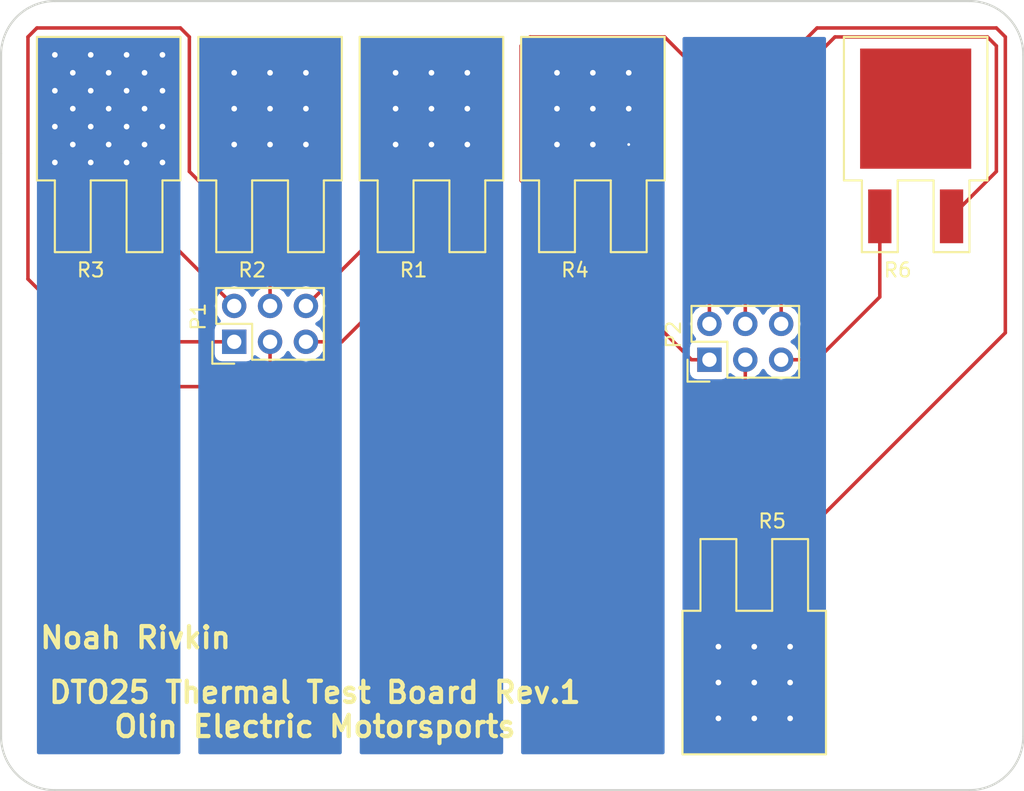
<source format=kicad_pcb>
(kicad_pcb (version 4) (host pcbnew 4.0.7-e2-6376~58~ubuntu14.04.1)

  (general
    (links 12)
    (no_connects 0)
    (area 137.719999 84.379999 210.260001 140.410001)
    (thickness 1.6)
    (drawings 11)
    (tracks 173)
    (zones 0)
    (modules 8)
    (nets 19)
  )

  (page A4)
  (layers
    (0 F.Cu signal)
    (31 B.Cu signal)
    (32 B.Adhes user)
    (33 F.Adhes user)
    (34 B.Paste user)
    (35 F.Paste user)
    (36 B.SilkS user)
    (37 F.SilkS user)
    (38 B.Mask user)
    (39 F.Mask user)
    (40 Dwgs.User user)
    (41 Cmts.User user)
    (42 Eco1.User user)
    (43 Eco2.User user)
    (44 Edge.Cuts user)
    (45 Margin user)
    (46 B.CrtYd user)
    (47 F.CrtYd user)
    (48 B.Fab user)
    (49 F.Fab user)
  )

  (setup
    (last_trace_width 0.25)
    (trace_clearance 0.2)
    (zone_clearance 0.508)
    (zone_45_only no)
    (trace_min 0.2)
    (segment_width 0.2)
    (edge_width 0.15)
    (via_size 0.6)
    (via_drill 0.2)
    (via_min_size 0.5)
    (via_min_drill 0.2)
    (uvia_size 0.3)
    (uvia_drill 0.1)
    (uvias_allowed no)
    (uvia_min_size 0.2)
    (uvia_min_drill 0.1)
    (pcb_text_width 0.3)
    (pcb_text_size 1.5 1.5)
    (mod_edge_width 0.15)
    (mod_text_size 1 1)
    (mod_text_width 0.15)
    (pad_size 1.524 1.524)
    (pad_drill 0.762)
    (pad_to_mask_clearance 0.2)
    (aux_axis_origin 0 0)
    (visible_elements FFFFFF7F)
    (pcbplotparams
      (layerselection 0x010f0_80000001)
      (usegerberextensions true)
      (excludeedgelayer true)
      (linewidth 0.100000)
      (plotframeref false)
      (viasonmask false)
      (mode 1)
      (useauxorigin false)
      (hpglpennumber 1)
      (hpglpenspeed 20)
      (hpglpendiameter 15)
      (hpglpenoverlay 2)
      (psnegative false)
      (psa4output false)
      (plotreference true)
      (plotvalue true)
      (plotinvisibletext false)
      (padsonsilk false)
      (subtractmaskfromsilk false)
      (outputformat 1)
      (mirror false)
      (drillshape 0)
      (scaleselection 1)
      (outputdirectory /home/noah/formula/MK_III-Boards/boards/DTO25_test_board/))
  )

  (net 0 "")
  (net 1 "Net-(P1-Pad1)")
  (net 2 "Net-(P1-Pad2)")
  (net 3 "Net-(P1-Pad3)")
  (net 4 "Net-(P1-Pad4)")
  (net 5 "Net-(P1-Pad5)")
  (net 6 "Net-(P1-Pad6)")
  (net 7 "Net-(P2-Pad1)")
  (net 8 "Net-(P2-Pad2)")
  (net 9 "Net-(P2-Pad3)")
  (net 10 "Net-(P2-Pad4)")
  (net 11 "Net-(P2-Pad5)")
  (net 12 "Net-(P2-Pad6)")
  (net 13 /ThermalPlane1)
  (net 14 /ThermalPlane2)
  (net 15 /ThermalPlane3)
  (net 16 /ThermalPlane4)
  (net 17 /ThermalPlane5)
  (net 18 /ThermalPlane6)

  (net_class Default "This is the default net class."
    (clearance 0.2)
    (trace_width 0.25)
    (via_dia 0.6)
    (via_drill 0.2)
    (uvia_dia 0.3)
    (uvia_drill 0.1)
    (add_net /ThermalPlane1)
    (add_net /ThermalPlane2)
    (add_net /ThermalPlane3)
    (add_net /ThermalPlane4)
    (add_net /ThermalPlane5)
    (add_net /ThermalPlane6)
    (add_net "Net-(P1-Pad1)")
    (add_net "Net-(P1-Pad2)")
    (add_net "Net-(P1-Pad3)")
    (add_net "Net-(P1-Pad4)")
    (add_net "Net-(P1-Pad5)")
    (add_net "Net-(P1-Pad6)")
    (add_net "Net-(P2-Pad1)")
    (add_net "Net-(P2-Pad2)")
    (add_net "Net-(P2-Pad3)")
    (add_net "Net-(P2-Pad4)")
    (add_net "Net-(P2-Pad5)")
    (add_net "Net-(P2-Pad6)")
  )

  (module footprints:Pin_Header_Straight_2x03 (layer F.Cu) (tedit 59F24A3E) (tstamp 5A05132C)
    (at 154.305 108.585 90)
    (descr "Through hole pin header")
    (tags "pin header")
    (path /5A0520D4)
    (fp_text reference P1 (at 1.778 -2.54 90) (layer F.SilkS)
      (effects (font (size 1 1) (thickness 0.15)))
    )
    (fp_text value CONN_02X03 (at 1.27 7.874 90) (layer F.Fab) hide
      (effects (font (size 1 1) (thickness 0.15)))
    )
    (fp_line (start -1.27 1.27) (end -1.27 6.35) (layer F.SilkS) (width 0.15))
    (fp_line (start -1.55 -1.55) (end 0 -1.55) (layer F.SilkS) (width 0.15))
    (fp_line (start -1.75 -1.75) (end -1.75 6.85) (layer F.CrtYd) (width 0.05))
    (fp_line (start 4.3 -1.75) (end 4.3 6.85) (layer F.CrtYd) (width 0.05))
    (fp_line (start -1.75 -1.75) (end 4.3 -1.75) (layer F.CrtYd) (width 0.05))
    (fp_line (start -1.75 6.85) (end 4.3 6.85) (layer F.CrtYd) (width 0.05))
    (fp_line (start 1.27 -1.27) (end 1.27 1.27) (layer F.SilkS) (width 0.15))
    (fp_line (start 1.27 1.27) (end -1.27 1.27) (layer F.SilkS) (width 0.15))
    (fp_line (start -1.27 6.35) (end 3.81 6.35) (layer F.SilkS) (width 0.15))
    (fp_line (start 3.81 6.35) (end 3.81 1.27) (layer F.SilkS) (width 0.15))
    (fp_line (start -1.55 -1.55) (end -1.55 0) (layer F.SilkS) (width 0.15))
    (fp_line (start 3.81 -1.27) (end 1.27 -1.27) (layer F.SilkS) (width 0.15))
    (fp_line (start 3.81 1.27) (end 3.81 -1.27) (layer F.SilkS) (width 0.15))
    (pad 1 thru_hole rect (at 0 0 90) (size 1.7272 1.7272) (drill 1.016) (layers *.Cu *.Mask)
      (net 1 "Net-(P1-Pad1)"))
    (pad 2 thru_hole oval (at 2.54 0 90) (size 1.7272 1.7272) (drill 1.016) (layers *.Cu *.Mask)
      (net 2 "Net-(P1-Pad2)"))
    (pad 3 thru_hole oval (at 0 2.54 90) (size 1.7272 1.7272) (drill 1.016) (layers *.Cu *.Mask)
      (net 3 "Net-(P1-Pad3)"))
    (pad 4 thru_hole oval (at 2.54 2.54 90) (size 1.7272 1.7272) (drill 1.016) (layers *.Cu *.Mask)
      (net 4 "Net-(P1-Pad4)"))
    (pad 5 thru_hole oval (at 0 5.08 90) (size 1.7272 1.7272) (drill 1.016) (layers *.Cu *.Mask)
      (net 5 "Net-(P1-Pad5)"))
    (pad 6 thru_hole oval (at 2.54 5.08 90) (size 1.7272 1.7272) (drill 1.016) (layers *.Cu *.Mask)
      (net 6 "Net-(P1-Pad6)"))
    (model Pin_Headers.3dshapes/Pin_Header_Straight_2x03.wrl
      (at (xyz 0.05 -0.1 0))
      (scale (xyz 1 1 1))
      (rotate (xyz 0 0 90))
    )
  )

  (module footprints:Pin_Header_Straight_2x03 (layer F.Cu) (tedit 59F24A3E) (tstamp 5A051336)
    (at 187.96 109.855 90)
    (descr "Through hole pin header")
    (tags "pin header")
    (path /5A05213D)
    (fp_text reference P2 (at 1.778 -2.54 90) (layer F.SilkS)
      (effects (font (size 1 1) (thickness 0.15)))
    )
    (fp_text value CONN_02X03 (at 1.27 7.874 90) (layer F.Fab) hide
      (effects (font (size 1 1) (thickness 0.15)))
    )
    (fp_line (start -1.27 1.27) (end -1.27 6.35) (layer F.SilkS) (width 0.15))
    (fp_line (start -1.55 -1.55) (end 0 -1.55) (layer F.SilkS) (width 0.15))
    (fp_line (start -1.75 -1.75) (end -1.75 6.85) (layer F.CrtYd) (width 0.05))
    (fp_line (start 4.3 -1.75) (end 4.3 6.85) (layer F.CrtYd) (width 0.05))
    (fp_line (start -1.75 -1.75) (end 4.3 -1.75) (layer F.CrtYd) (width 0.05))
    (fp_line (start -1.75 6.85) (end 4.3 6.85) (layer F.CrtYd) (width 0.05))
    (fp_line (start 1.27 -1.27) (end 1.27 1.27) (layer F.SilkS) (width 0.15))
    (fp_line (start 1.27 1.27) (end -1.27 1.27) (layer F.SilkS) (width 0.15))
    (fp_line (start -1.27 6.35) (end 3.81 6.35) (layer F.SilkS) (width 0.15))
    (fp_line (start 3.81 6.35) (end 3.81 1.27) (layer F.SilkS) (width 0.15))
    (fp_line (start -1.55 -1.55) (end -1.55 0) (layer F.SilkS) (width 0.15))
    (fp_line (start 3.81 -1.27) (end 1.27 -1.27) (layer F.SilkS) (width 0.15))
    (fp_line (start 3.81 1.27) (end 3.81 -1.27) (layer F.SilkS) (width 0.15))
    (pad 1 thru_hole rect (at 0 0 90) (size 1.7272 1.7272) (drill 1.016) (layers *.Cu *.Mask)
      (net 7 "Net-(P2-Pad1)"))
    (pad 2 thru_hole oval (at 2.54 0 90) (size 1.7272 1.7272) (drill 1.016) (layers *.Cu *.Mask)
      (net 8 "Net-(P2-Pad2)"))
    (pad 3 thru_hole oval (at 0 2.54 90) (size 1.7272 1.7272) (drill 1.016) (layers *.Cu *.Mask)
      (net 9 "Net-(P2-Pad3)"))
    (pad 4 thru_hole oval (at 2.54 2.54 90) (size 1.7272 1.7272) (drill 1.016) (layers *.Cu *.Mask)
      (net 10 "Net-(P2-Pad4)"))
    (pad 5 thru_hole oval (at 0 5.08 90) (size 1.7272 1.7272) (drill 1.016) (layers *.Cu *.Mask)
      (net 11 "Net-(P2-Pad5)"))
    (pad 6 thru_hole oval (at 2.54 5.08 90) (size 1.7272 1.7272) (drill 1.016) (layers *.Cu *.Mask)
      (net 12 "Net-(P2-Pad6)"))
    (model Pin_Headers.3dshapes/Pin_Header_Straight_2x03.wrl
      (at (xyz 0.05 -0.1 0))
      (scale (xyz 1 1 1))
      (rotate (xyz 0 0 90))
    )
  )

  (module footprints:DTO25 (layer F.Cu) (tedit 59FF3874) (tstamp 5A05133D)
    (at 168.275 92.075)
    (path /5A01A083)
    (fp_text reference R1 (at -1.27 11.43) (layer F.SilkS)
      (effects (font (size 1 1) (thickness 0.15)))
    )
    (fp_text value DTO25 (at -1.27 -6.35) (layer F.Fab) hide
      (effects (font (size 1 1) (thickness 0.15)))
    )
    (fp_line (start -1.27 10.16) (end -3.81 10.16) (layer F.SilkS) (width 0.15))
    (fp_line (start -3.81 10.16) (end -3.81 5.08) (layer F.SilkS) (width 0.15))
    (fp_line (start -3.81 5.08) (end -5.08 5.08) (layer F.SilkS) (width 0.15))
    (fp_line (start -5.08 5.08) (end -5.08 -5.08) (layer F.SilkS) (width 0.15))
    (fp_line (start -5.08 -5.08) (end 5.08 -5.08) (layer F.SilkS) (width 0.15))
    (fp_line (start 5.08 -5.08) (end 5.08 5.08) (layer F.SilkS) (width 0.15))
    (fp_line (start 5.08 5.08) (end 3.81 5.08) (layer F.SilkS) (width 0.15))
    (fp_line (start 3.81 5.08) (end 3.81 10.16) (layer F.SilkS) (width 0.15))
    (fp_line (start 3.81 10.16) (end 1.27 10.16) (layer F.SilkS) (width 0.15))
    (fp_line (start 1.27 10.16) (end 1.27 5.08) (layer F.SilkS) (width 0.15))
    (fp_line (start 1.27 5.08) (end -1.27 5.08) (layer F.SilkS) (width 0.15))
    (fp_line (start -1.27 5.08) (end -1.27 10.16) (layer F.SilkS) (width 0.15))
    (pad 1 smd rect (at 0 0) (size 7.87 8.51) (layers F.Cu F.Paste F.Mask)
      (net 13 /ThermalPlane1))
    (pad 2 smd rect (at 2.54 7.625) (size 1.65 3.81) (layers F.Cu F.Paste F.Mask)
      (net 5 "Net-(P1-Pad5)"))
    (pad 3 smd rect (at -2.54 7.625) (size 1.65 3.81) (layers F.Cu F.Paste F.Mask)
      (net 6 "Net-(P1-Pad6)"))
  )

  (module footprints:DTO25 (layer F.Cu) (tedit 59FF3874) (tstamp 5A051344)
    (at 156.845 92.075)
    (path /5A01A039)
    (fp_text reference R2 (at -1.27 11.43) (layer F.SilkS)
      (effects (font (size 1 1) (thickness 0.15)))
    )
    (fp_text value DTO25 (at -1.27 -6.35) (layer F.Fab) hide
      (effects (font (size 1 1) (thickness 0.15)))
    )
    (fp_line (start -1.27 10.16) (end -3.81 10.16) (layer F.SilkS) (width 0.15))
    (fp_line (start -3.81 10.16) (end -3.81 5.08) (layer F.SilkS) (width 0.15))
    (fp_line (start -3.81 5.08) (end -5.08 5.08) (layer F.SilkS) (width 0.15))
    (fp_line (start -5.08 5.08) (end -5.08 -5.08) (layer F.SilkS) (width 0.15))
    (fp_line (start -5.08 -5.08) (end 5.08 -5.08) (layer F.SilkS) (width 0.15))
    (fp_line (start 5.08 -5.08) (end 5.08 5.08) (layer F.SilkS) (width 0.15))
    (fp_line (start 5.08 5.08) (end 3.81 5.08) (layer F.SilkS) (width 0.15))
    (fp_line (start 3.81 5.08) (end 3.81 10.16) (layer F.SilkS) (width 0.15))
    (fp_line (start 3.81 10.16) (end 1.27 10.16) (layer F.SilkS) (width 0.15))
    (fp_line (start 1.27 10.16) (end 1.27 5.08) (layer F.SilkS) (width 0.15))
    (fp_line (start 1.27 5.08) (end -1.27 5.08) (layer F.SilkS) (width 0.15))
    (fp_line (start -1.27 5.08) (end -1.27 10.16) (layer F.SilkS) (width 0.15))
    (pad 1 smd rect (at 0 0) (size 7.87 8.51) (layers F.Cu F.Paste F.Mask)
      (net 14 /ThermalPlane2))
    (pad 2 smd rect (at 2.54 7.625) (size 1.65 3.81) (layers F.Cu F.Paste F.Mask)
      (net 4 "Net-(P1-Pad4)"))
    (pad 3 smd rect (at -2.54 7.625) (size 1.65 3.81) (layers F.Cu F.Paste F.Mask)
      (net 3 "Net-(P1-Pad3)"))
  )

  (module footprints:DTO25 (layer F.Cu) (tedit 59FF3874) (tstamp 5A05134B)
    (at 145.415 92.075)
    (path /5A01A0B5)
    (fp_text reference R3 (at -1.27 11.43) (layer F.SilkS)
      (effects (font (size 1 1) (thickness 0.15)))
    )
    (fp_text value DTO25 (at -1.27 -6.35) (layer F.Fab) hide
      (effects (font (size 1 1) (thickness 0.15)))
    )
    (fp_line (start -1.27 10.16) (end -3.81 10.16) (layer F.SilkS) (width 0.15))
    (fp_line (start -3.81 10.16) (end -3.81 5.08) (layer F.SilkS) (width 0.15))
    (fp_line (start -3.81 5.08) (end -5.08 5.08) (layer F.SilkS) (width 0.15))
    (fp_line (start -5.08 5.08) (end -5.08 -5.08) (layer F.SilkS) (width 0.15))
    (fp_line (start -5.08 -5.08) (end 5.08 -5.08) (layer F.SilkS) (width 0.15))
    (fp_line (start 5.08 -5.08) (end 5.08 5.08) (layer F.SilkS) (width 0.15))
    (fp_line (start 5.08 5.08) (end 3.81 5.08) (layer F.SilkS) (width 0.15))
    (fp_line (start 3.81 5.08) (end 3.81 10.16) (layer F.SilkS) (width 0.15))
    (fp_line (start 3.81 10.16) (end 1.27 10.16) (layer F.SilkS) (width 0.15))
    (fp_line (start 1.27 10.16) (end 1.27 5.08) (layer F.SilkS) (width 0.15))
    (fp_line (start 1.27 5.08) (end -1.27 5.08) (layer F.SilkS) (width 0.15))
    (fp_line (start -1.27 5.08) (end -1.27 10.16) (layer F.SilkS) (width 0.15))
    (pad 1 smd rect (at 0 0) (size 7.87 8.51) (layers F.Cu F.Paste F.Mask)
      (net 15 /ThermalPlane3))
    (pad 2 smd rect (at 2.54 7.625) (size 1.65 3.81) (layers F.Cu F.Paste F.Mask)
      (net 2 "Net-(P1-Pad2)"))
    (pad 3 smd rect (at -2.54 7.625) (size 1.65 3.81) (layers F.Cu F.Paste F.Mask)
      (net 1 "Net-(P1-Pad1)"))
  )

  (module footprints:DTO25 (layer F.Cu) (tedit 59FF3874) (tstamp 5A051352)
    (at 179.705 92.075)
    (path /5A051454)
    (fp_text reference R4 (at -1.27 11.43) (layer F.SilkS)
      (effects (font (size 1 1) (thickness 0.15)))
    )
    (fp_text value DTO25 (at -1.27 -6.35) (layer F.Fab) hide
      (effects (font (size 1 1) (thickness 0.15)))
    )
    (fp_line (start -1.27 10.16) (end -3.81 10.16) (layer F.SilkS) (width 0.15))
    (fp_line (start -3.81 10.16) (end -3.81 5.08) (layer F.SilkS) (width 0.15))
    (fp_line (start -3.81 5.08) (end -5.08 5.08) (layer F.SilkS) (width 0.15))
    (fp_line (start -5.08 5.08) (end -5.08 -5.08) (layer F.SilkS) (width 0.15))
    (fp_line (start -5.08 -5.08) (end 5.08 -5.08) (layer F.SilkS) (width 0.15))
    (fp_line (start 5.08 -5.08) (end 5.08 5.08) (layer F.SilkS) (width 0.15))
    (fp_line (start 5.08 5.08) (end 3.81 5.08) (layer F.SilkS) (width 0.15))
    (fp_line (start 3.81 5.08) (end 3.81 10.16) (layer F.SilkS) (width 0.15))
    (fp_line (start 3.81 10.16) (end 1.27 10.16) (layer F.SilkS) (width 0.15))
    (fp_line (start 1.27 10.16) (end 1.27 5.08) (layer F.SilkS) (width 0.15))
    (fp_line (start 1.27 5.08) (end -1.27 5.08) (layer F.SilkS) (width 0.15))
    (fp_line (start -1.27 5.08) (end -1.27 10.16) (layer F.SilkS) (width 0.15))
    (pad 1 smd rect (at 0 0) (size 7.87 8.51) (layers F.Cu F.Paste F.Mask)
      (net 16 /ThermalPlane4))
    (pad 2 smd rect (at 2.54 7.625) (size 1.65 3.81) (layers F.Cu F.Paste F.Mask)
      (net 7 "Net-(P2-Pad1)"))
    (pad 3 smd rect (at -2.54 7.625) (size 1.65 3.81) (layers F.Cu F.Paste F.Mask)
      (net 8 "Net-(P2-Pad2)"))
  )

  (module footprints:DTO25 (layer F.Cu) (tedit 59FF3874) (tstamp 5A051359)
    (at 191.135 132.715 180)
    (path /5A0514E7)
    (fp_text reference R5 (at -1.27 11.43 180) (layer F.SilkS)
      (effects (font (size 1 1) (thickness 0.15)))
    )
    (fp_text value DTO25 (at -1.27 -6.35 180) (layer F.Fab) hide
      (effects (font (size 1 1) (thickness 0.15)))
    )
    (fp_line (start -1.27 10.16) (end -3.81 10.16) (layer F.SilkS) (width 0.15))
    (fp_line (start -3.81 10.16) (end -3.81 5.08) (layer F.SilkS) (width 0.15))
    (fp_line (start -3.81 5.08) (end -5.08 5.08) (layer F.SilkS) (width 0.15))
    (fp_line (start -5.08 5.08) (end -5.08 -5.08) (layer F.SilkS) (width 0.15))
    (fp_line (start -5.08 -5.08) (end 5.08 -5.08) (layer F.SilkS) (width 0.15))
    (fp_line (start 5.08 -5.08) (end 5.08 5.08) (layer F.SilkS) (width 0.15))
    (fp_line (start 5.08 5.08) (end 3.81 5.08) (layer F.SilkS) (width 0.15))
    (fp_line (start 3.81 5.08) (end 3.81 10.16) (layer F.SilkS) (width 0.15))
    (fp_line (start 3.81 10.16) (end 1.27 10.16) (layer F.SilkS) (width 0.15))
    (fp_line (start 1.27 10.16) (end 1.27 5.08) (layer F.SilkS) (width 0.15))
    (fp_line (start 1.27 5.08) (end -1.27 5.08) (layer F.SilkS) (width 0.15))
    (fp_line (start -1.27 5.08) (end -1.27 10.16) (layer F.SilkS) (width 0.15))
    (pad 1 smd rect (at 0 0 180) (size 7.87 8.51) (layers F.Cu F.Paste F.Mask)
      (net 17 /ThermalPlane5))
    (pad 2 smd rect (at 2.54 7.625 180) (size 1.65 3.81) (layers F.Cu F.Paste F.Mask)
      (net 9 "Net-(P2-Pad3)"))
    (pad 3 smd rect (at -2.54 7.625 180) (size 1.65 3.81) (layers F.Cu F.Paste F.Mask)
      (net 10 "Net-(P2-Pad4)"))
  )

  (module footprints:DTO25 (layer F.Cu) (tedit 59FF3874) (tstamp 5A051360)
    (at 202.565 92.075)
    (path /5A051521)
    (fp_text reference R6 (at -1.27 11.43) (layer F.SilkS)
      (effects (font (size 1 1) (thickness 0.15)))
    )
    (fp_text value DTO25 (at -1.27 -6.35) (layer F.Fab) hide
      (effects (font (size 1 1) (thickness 0.15)))
    )
    (fp_line (start -1.27 10.16) (end -3.81 10.16) (layer F.SilkS) (width 0.15))
    (fp_line (start -3.81 10.16) (end -3.81 5.08) (layer F.SilkS) (width 0.15))
    (fp_line (start -3.81 5.08) (end -5.08 5.08) (layer F.SilkS) (width 0.15))
    (fp_line (start -5.08 5.08) (end -5.08 -5.08) (layer F.SilkS) (width 0.15))
    (fp_line (start -5.08 -5.08) (end 5.08 -5.08) (layer F.SilkS) (width 0.15))
    (fp_line (start 5.08 -5.08) (end 5.08 5.08) (layer F.SilkS) (width 0.15))
    (fp_line (start 5.08 5.08) (end 3.81 5.08) (layer F.SilkS) (width 0.15))
    (fp_line (start 3.81 5.08) (end 3.81 10.16) (layer F.SilkS) (width 0.15))
    (fp_line (start 3.81 10.16) (end 1.27 10.16) (layer F.SilkS) (width 0.15))
    (fp_line (start 1.27 10.16) (end 1.27 5.08) (layer F.SilkS) (width 0.15))
    (fp_line (start 1.27 5.08) (end -1.27 5.08) (layer F.SilkS) (width 0.15))
    (fp_line (start -1.27 5.08) (end -1.27 10.16) (layer F.SilkS) (width 0.15))
    (pad 1 smd rect (at 0 0) (size 7.87 8.51) (layers F.Cu F.Paste F.Mask)
      (net 18 /ThermalPlane6))
    (pad 2 smd rect (at 2.54 7.625) (size 1.65 3.81) (layers F.Cu F.Paste F.Mask)
      (net 12 "Net-(P2-Pad6)"))
    (pad 3 smd rect (at -2.54 7.625) (size 1.65 3.81) (layers F.Cu F.Paste F.Mask)
      (net 11 "Net-(P2-Pad5)"))
  )

  (gr_text "Noah Rivkin" (at 147.32 129.54) (layer F.SilkS)
    (effects (font (size 1.5 1.5) (thickness 0.3)))
  )
  (gr_text "DTO25 Thermal Test Board Rev.1\nOlin Electric Motorsports\n" (at 160.02 134.62) (layer F.SilkS)
    (effects (font (size 1.5 1.5) (thickness 0.3)))
  )
  (gr_line (start 141.605 140.335) (end 206.375 140.335) (angle 90) (layer Edge.Cuts) (width 0.15))
  (gr_line (start 210.185 136.525) (end 210.185 88.265) (angle 90) (layer Edge.Cuts) (width 0.15))
  (gr_arc (start 206.375 136.525) (end 210.185 136.525) (angle 90) (layer Edge.Cuts) (width 0.15))
  (gr_arc (start 206.375 88.265) (end 206.375 84.455) (angle 90) (layer Edge.Cuts) (width 0.15))
  (gr_line (start 141.605 84.455) (end 206.375 84.455) (angle 90) (layer Edge.Cuts) (width 0.15))
  (gr_arc (start 141.605 136.525) (end 141.605 140.335) (angle 90) (layer Edge.Cuts) (width 0.15))
  (gr_line (start 137.795 95.25) (end 137.795 136.525) (angle 90) (layer Edge.Cuts) (width 0.15))
  (gr_line (start 137.795 88.265) (end 137.795 95.25) (angle 90) (layer Edge.Cuts) (width 0.15))
  (gr_arc (start 141.605 88.265) (end 137.795 88.265) (angle 90) (layer Edge.Cuts) (width 0.15))

  (segment (start 142.875 99.7) (end 142.875 102.235) (width 0.25) (layer F.Cu) (net 1))
  (segment (start 149.225 108.585) (end 154.305 108.585) (width 0.25) (layer F.Cu) (net 1) (tstamp 5A0513FA))
  (segment (start 142.875 102.235) (end 149.225 108.585) (width 0.25) (layer F.Cu) (net 1) (tstamp 5A0513F8))
  (segment (start 154.305 106.045) (end 154.3 106.045) (width 0.25) (layer F.Cu) (net 2))
  (segment (start 154.3 106.045) (end 147.955 99.7) (width 0.25) (layer F.Cu) (net 2) (tstamp 5A0513FE))
  (segment (start 156.845 108.585) (end 156.845 111.125) (width 0.25) (layer F.Cu) (net 3))
  (segment (start 151.13 96.525) (end 154.305 99.7) (width 0.25) (layer F.Cu) (net 3) (tstamp 5A051416))
  (segment (start 151.13 86.995) (end 151.13 96.525) (width 0.25) (layer F.Cu) (net 3) (tstamp 5A051415))
  (segment (start 150.495 86.36) (end 151.13 86.995) (width 0.25) (layer F.Cu) (net 3) (tstamp 5A051414))
  (segment (start 140.335 86.36) (end 150.495 86.36) (width 0.25) (layer F.Cu) (net 3) (tstamp 5A051413))
  (segment (start 139.7 86.995) (end 140.335 86.36) (width 0.25) (layer F.Cu) (net 3) (tstamp 5A051412))
  (segment (start 139.7 104.14) (end 139.7 86.995) (width 0.25) (layer F.Cu) (net 3) (tstamp 5A051410))
  (segment (start 147.32 111.76) (end 139.7 104.14) (width 0.25) (layer F.Cu) (net 3) (tstamp 5A05140E))
  (segment (start 156.21 111.76) (end 147.32 111.76) (width 0.25) (layer F.Cu) (net 3) (tstamp 5A05140D))
  (segment (start 156.845 111.125) (end 156.21 111.76) (width 0.25) (layer F.Cu) (net 3) (tstamp 5A05140C))
  (segment (start 156.845 106.045) (end 156.845 102.24) (width 0.25) (layer F.Cu) (net 4))
  (segment (start 156.845 102.24) (end 159.385 99.7) (width 0.25) (layer F.Cu) (net 4) (tstamp 5A051401))
  (segment (start 159.385 108.585) (end 161.93 108.585) (width 0.25) (layer F.Cu) (net 5))
  (segment (start 161.93 108.585) (end 170.815 99.7) (width 0.25) (layer F.Cu) (net 5) (tstamp 5A051408))
  (segment (start 159.385 106.045) (end 159.39 106.045) (width 0.25) (layer F.Cu) (net 6))
  (segment (start 159.39 106.045) (end 165.735 99.7) (width 0.25) (layer F.Cu) (net 6) (tstamp 5A051405))
  (segment (start 187.96 109.855) (end 186.69 109.855) (width 0.25) (layer F.Cu) (net 7))
  (segment (start 182.245 105.41) (end 182.245 99.7) (width 0.25) (layer F.Cu) (net 7) (tstamp 5A051463))
  (segment (start 186.69 109.855) (end 182.245 105.41) (width 0.25) (layer F.Cu) (net 7) (tstamp 5A051461))
  (segment (start 187.96 107.315) (end 187.96 90.17) (width 0.25) (layer F.Cu) (net 8))
  (segment (start 174.625 97.16) (end 177.165 99.7) (width 0.25) (layer F.Cu) (net 8) (tstamp 5A05147E))
  (segment (start 174.625 87.63) (end 174.625 97.16) (width 0.25) (layer F.Cu) (net 8) (tstamp 5A05147D))
  (segment (start 175.26 86.995) (end 174.625 87.63) (width 0.25) (layer F.Cu) (net 8) (tstamp 5A05147C))
  (segment (start 184.785 86.995) (end 175.26 86.995) (width 0.25) (layer F.Cu) (net 8) (tstamp 5A05147A))
  (segment (start 187.96 90.17) (end 184.785 86.995) (width 0.25) (layer F.Cu) (net 8) (tstamp 5A051478))
  (segment (start 187.96 123.82) (end 187.96 118.11) (width 0.25) (layer F.Cu) (net 9))
  (segment (start 190.5 115.57) (end 190.5 109.855) (width 0.25) (layer F.Cu) (net 9) (tstamp 5A0514A2))
  (segment (start 187.96 118.11) (end 190.5 115.57) (width 0.25) (layer F.Cu) (net 9) (tstamp 5A0514A0))
  (segment (start 190.5 107.315) (end 190.5 91.44) (width 0.25) (layer F.Cu) (net 10))
  (segment (start 208.915 107.945) (end 193.04 123.82) (width 0.25) (layer F.Cu) (net 10) (tstamp 5A0514AD))
  (segment (start 208.915 86.995) (end 208.915 107.945) (width 0.25) (layer F.Cu) (net 10) (tstamp 5A0514AC))
  (segment (start 208.28 86.36) (end 208.915 86.995) (width 0.25) (layer F.Cu) (net 10) (tstamp 5A0514AA))
  (segment (start 195.58 86.36) (end 208.28 86.36) (width 0.25) (layer F.Cu) (net 10) (tstamp 5A0514A8))
  (segment (start 190.5 91.44) (end 195.58 86.36) (width 0.25) (layer F.Cu) (net 10) (tstamp 5A0514A6))
  (segment (start 193.04 109.855) (end 195.58 109.855) (width 0.25) (layer F.Cu) (net 11))
  (segment (start 200.025 105.41) (end 200.025 99.7) (width 0.25) (layer F.Cu) (net 11) (tstamp 5A05145B))
  (segment (start 195.58 109.855) (end 200.025 105.41) (width 0.25) (layer F.Cu) (net 11) (tstamp 5A051459))
  (segment (start 193.04 107.315) (end 193.04 90.805) (width 0.25) (layer F.Cu) (net 12))
  (segment (start 208.28 96.525) (end 205.105 99.7) (width 0.25) (layer F.Cu) (net 12) (tstamp 5A051474))
  (segment (start 208.28 87.63) (end 208.28 96.525) (width 0.25) (layer F.Cu) (net 12) (tstamp 5A051473))
  (segment (start 207.645 86.995) (end 208.28 87.63) (width 0.25) (layer F.Cu) (net 12) (tstamp 5A051472))
  (segment (start 196.85 86.995) (end 207.645 86.995) (width 0.25) (layer F.Cu) (net 12) (tstamp 5A051470))
  (segment (start 193.04 90.805) (end 196.85 86.995) (width 0.25) (layer F.Cu) (net 12) (tstamp 5A05146E))
  (via (at 165.735 89.535) (size 0.6) (drill 0.4) (layers F.Cu B.Cu) (net 13))
  (segment (start 165.735 89.535) (end 168.275 92.075) (width 0.25) (layer F.Cu) (net 13) (tstamp 5A05170C))
  (via (at 168.275 89.535) (size 0.6) (drill 0.4) (layers F.Cu B.Cu) (net 13))
  (segment (start 168.275 89.535) (end 168.275 92.075) (width 0.25) (layer F.Cu) (net 13) (tstamp 5A051706))
  (via (at 165.735 92.075) (size 0.6) (drill 0.4) (layers F.Cu B.Cu) (net 13))
  (segment (start 165.735 92.075) (end 168.275 92.075) (width 0.25) (layer F.Cu) (net 13) (tstamp 5A0516FF))
  (via (at 165.735 94.615) (size 0.6) (drill 0.4) (layers F.Cu B.Cu) (net 13))
  (segment (start 165.735 94.615) (end 168.275 92.075) (width 0.25) (layer F.Cu) (net 13) (tstamp 5A0516F7))
  (via (at 168.275 94.615) (size 0.6) (drill 0.4) (layers F.Cu B.Cu) (net 13))
  (segment (start 168.275 94.615) (end 168.275 92.075) (width 0.25) (layer F.Cu) (net 13) (tstamp 5A0516F0))
  (via (at 170.815 94.615) (size 0.6) (drill 0.4) (layers F.Cu B.Cu) (net 13))
  (segment (start 170.815 94.615) (end 168.275 92.075) (width 0.25) (layer F.Cu) (net 13) (tstamp 5A0516E9))
  (via (at 170.815 92.075) (size 0.6) (drill 0.4) (layers F.Cu B.Cu) (net 13))
  (segment (start 170.815 92.075) (end 168.275 92.075) (width 0.25) (layer F.Cu) (net 13) (tstamp 5A0516CC))
  (via (at 170.815 89.535) (size 0.6) (drill 0.4) (layers F.Cu B.Cu) (net 13))
  (segment (start 170.815 89.535) (end 168.275 92.075) (width 0.25) (layer F.Cu) (net 13) (tstamp 5A0516C0))
  (via (at 168.275 92.075) (size 0.6) (drill 0.4) (layers F.Cu B.Cu) (net 13))
  (via (at 154.305 89.535) (size 0.6) (drill 0.4) (layers F.Cu B.Cu) (net 14))
  (segment (start 154.305 89.535) (end 156.845 92.075) (width 0.25) (layer F.Cu) (net 14) (tstamp 5A0581B5))
  (via (at 154.305 94.615) (size 0.6) (drill 0.4) (layers F.Cu B.Cu) (net 14))
  (segment (start 154.305 94.615) (end 156.845 92.075) (width 0.25) (layer F.Cu) (net 14) (tstamp 5A0581AF))
  (via (at 159.385 94.615) (size 0.6) (drill 0.4) (layers F.Cu B.Cu) (net 14))
  (segment (start 159.385 94.615) (end 156.845 92.075) (width 0.25) (layer F.Cu) (net 14) (tstamp 5A05819D))
  (via (at 159.385 89.535) (size 0.6) (drill 0.4) (layers F.Cu B.Cu) (net 14))
  (segment (start 159.385 89.535) (end 156.845 92.075) (width 0.25) (layer F.Cu) (net 14) (tstamp 5A058198))
  (via (at 156.845 94.615) (size 0.6) (drill 0.4) (layers F.Cu B.Cu) (net 14))
  (segment (start 156.845 94.615) (end 156.845 92.075) (width 0.25) (layer F.Cu) (net 14) (tstamp 5A05817D))
  (via (at 154.305 92.075) (size 0.6) (drill 0.4) (layers F.Cu B.Cu) (net 14))
  (segment (start 154.305 92.075) (end 156.845 92.075) (width 0.25) (layer F.Cu) (net 14) (tstamp 5A058177))
  (via (at 156.845 89.535) (size 0.6) (drill 0.4) (layers F.Cu B.Cu) (net 14))
  (segment (start 156.845 89.535) (end 156.845 92.075) (width 0.25) (layer F.Cu) (net 14) (tstamp 5A05816E))
  (via (at 159.385 92.075) (size 0.6) (drill 0.4) (layers F.Cu B.Cu) (net 14))
  (segment (start 159.385 92.075) (end 156.845 92.075) (width 0.25) (layer F.Cu) (net 14) (tstamp 5A05815A))
  (via (at 156.845 92.075) (size 0.6) (drill 0.4) (layers F.Cu B.Cu) (net 14))
  (via (at 141.605 95.885) (size 0.6) (drill 0.4) (layers F.Cu B.Cu) (net 15))
  (segment (start 141.605 95.885) (end 145.415 92.075) (width 0.25) (layer F.Cu) (net 15) (tstamp 5A0583C0))
  (via (at 141.605 88.265) (size 0.6) (drill 0.4) (layers F.Cu B.Cu) (net 15))
  (segment (start 141.605 88.265) (end 145.415 92.075) (width 0.25) (layer F.Cu) (net 15) (tstamp 5A0583B6))
  (via (at 149.225 95.885) (size 0.6) (drill 0.4) (layers F.Cu B.Cu) (net 15))
  (segment (start 149.225 95.885) (end 145.415 92.075) (width 0.25) (layer F.Cu) (net 15) (tstamp 5A0583AD))
  (via (at 149.225 88.265) (size 0.6) (drill 0.4) (layers F.Cu B.Cu) (net 15))
  (segment (start 149.225 88.265) (end 145.415 92.075) (width 0.25) (layer F.Cu) (net 15) (tstamp 5A0583A5))
  (via (at 149.225 90.805) (size 0.6) (drill 0.4) (layers F.Cu B.Cu) (net 15))
  (segment (start 149.225 90.805) (end 147.955 92.075) (width 0.25) (layer F.Cu) (net 15) (tstamp 5A05839E))
  (segment (start 147.955 92.075) (end 145.415 92.075) (width 0.25) (layer F.Cu) (net 15) (tstamp 5A05839F))
  (via (at 144.145 88.265) (size 0.6) (drill 0.4) (layers F.Cu B.Cu) (net 15))
  (segment (start 144.145 88.265) (end 145.415 89.535) (width 0.25) (layer F.Cu) (net 15) (tstamp 5A058393))
  (segment (start 145.415 89.535) (end 145.415 92.075) (width 0.25) (layer F.Cu) (net 15) (tstamp 5A058394))
  (via (at 146.685 88.265) (size 0.6) (drill 0.4) (layers F.Cu B.Cu) (net 15))
  (segment (start 146.685 88.265) (end 145.415 89.535) (width 0.25) (layer F.Cu) (net 15) (tstamp 5A05838A))
  (segment (start 145.415 89.535) (end 145.415 92.075) (width 0.25) (layer F.Cu) (net 15) (tstamp 5A05838B))
  (via (at 141.605 90.805) (size 0.6) (drill 0.4) (layers F.Cu B.Cu) (net 15))
  (segment (start 141.605 90.805) (end 142.875 92.075) (width 0.25) (layer F.Cu) (net 15) (tstamp 5A05837F))
  (segment (start 142.875 92.075) (end 145.415 92.075) (width 0.25) (layer F.Cu) (net 15) (tstamp 5A058380))
  (via (at 141.605 93.345) (size 0.6) (drill 0.4) (layers F.Cu B.Cu) (net 15))
  (segment (start 141.605 93.345) (end 142.875 92.075) (width 0.25) (layer F.Cu) (net 15) (tstamp 5A058378))
  (segment (start 142.875 92.075) (end 145.415 92.075) (width 0.25) (layer F.Cu) (net 15) (tstamp 5A058379))
  (via (at 149.225 93.345) (size 0.6) (drill 0.4) (layers F.Cu B.Cu) (net 15))
  (segment (start 149.225 93.345) (end 147.955 92.075) (width 0.25) (layer F.Cu) (net 15) (tstamp 5A058366))
  (segment (start 147.955 92.075) (end 145.415 92.075) (width 0.25) (layer F.Cu) (net 15) (tstamp 5A058367))
  (via (at 144.145 95.885) (size 0.6) (drill 0.4) (layers F.Cu B.Cu) (net 15))
  (segment (start 144.145 95.885) (end 145.415 94.615) (width 0.25) (layer F.Cu) (net 15) (tstamp 5A05835A))
  (segment (start 145.415 94.615) (end 145.415 92.075) (width 0.25) (layer F.Cu) (net 15) (tstamp 5A05835B))
  (via (at 146.685 95.885) (size 0.6) (drill 0.4) (layers F.Cu B.Cu) (net 15))
  (segment (start 146.685 95.885) (end 145.415 94.615) (width 0.25) (layer F.Cu) (net 15) (tstamp 5A058352))
  (segment (start 145.415 94.615) (end 145.415 92.075) (width 0.25) (layer F.Cu) (net 15) (tstamp 5A058353))
  (via (at 144.145 90.805) (size 0.6) (drill 0.4) (layers F.Cu B.Cu) (net 15))
  (segment (start 144.145 90.805) (end 145.415 92.075) (width 0.25) (layer F.Cu) (net 15) (tstamp 5A0582E6))
  (via (at 146.685 90.805) (size 0.6) (drill 0.4) (layers F.Cu B.Cu) (net 15))
  (segment (start 146.685 90.805) (end 145.415 92.075) (width 0.25) (layer F.Cu) (net 15) (tstamp 5A0582DF))
  (via (at 144.145 93.345) (size 0.6) (drill 0.4) (layers F.Cu B.Cu) (net 15))
  (segment (start 144.145 93.345) (end 145.415 92.075) (width 0.25) (layer F.Cu) (net 15) (tstamp 5A0582D6))
  (via (at 146.685 93.345) (size 0.6) (drill 0.4) (layers F.Cu B.Cu) (net 15))
  (segment (start 146.685 93.345) (end 145.415 92.075) (width 0.25) (layer F.Cu) (net 15) (tstamp 5A0582CB))
  (via (at 142.875 92.075) (size 0.6) (drill 0.4) (layers F.Cu B.Cu) (net 15))
  (segment (start 142.875 92.075) (end 145.415 92.075) (width 0.25) (layer F.Cu) (net 15) (tstamp 5A0581FB))
  (via (at 142.875 94.615) (size 0.6) (drill 0.4) (layers F.Cu B.Cu) (net 15))
  (segment (start 142.875 94.615) (end 145.415 92.075) (width 0.25) (layer F.Cu) (net 15) (tstamp 5A0581F4))
  (via (at 145.415 94.615) (size 0.6) (drill 0.4) (layers F.Cu B.Cu) (net 15))
  (segment (start 145.415 94.615) (end 145.415 92.075) (width 0.25) (layer F.Cu) (net 15) (tstamp 5A0581EF))
  (via (at 147.955 94.615) (size 0.6) (drill 0.4) (layers F.Cu B.Cu) (net 15))
  (segment (start 147.955 94.615) (end 145.415 92.075) (width 0.25) (layer F.Cu) (net 15) (tstamp 5A0581E9))
  (via (at 147.955 92.075) (size 0.6) (drill 0.4) (layers F.Cu B.Cu) (net 15))
  (segment (start 147.955 92.075) (end 145.415 92.075) (width 0.25) (layer F.Cu) (net 15) (tstamp 5A0581E2))
  (via (at 142.875 89.535) (size 0.6) (drill 0.4) (layers F.Cu B.Cu) (net 15))
  (segment (start 142.875 89.535) (end 145.415 92.075) (width 0.25) (layer F.Cu) (net 15) (tstamp 5A0581DC))
  (via (at 145.415 89.535) (size 0.6) (drill 0.4) (layers F.Cu B.Cu) (net 15))
  (segment (start 145.415 89.535) (end 145.415 92.075) (width 0.25) (layer F.Cu) (net 15) (tstamp 5A0581D3))
  (via (at 147.955 89.535) (size 0.6) (drill 0.4) (layers F.Cu B.Cu) (net 15))
  (segment (start 147.955 89.535) (end 145.415 92.075) (width 0.25) (layer F.Cu) (net 15) (tstamp 5A0581C8))
  (via (at 145.415 92.075) (size 0.6) (drill 0.4) (layers F.Cu B.Cu) (net 15))
  (via (at 177.165 89.535) (size 0.6) (drill 0.4) (layers F.Cu B.Cu) (net 16))
  (segment (start 177.165 89.535) (end 179.705 92.075) (width 0.25) (layer F.Cu) (net 16) (tstamp 5A05825B))
  (via (at 177.165 92.075) (size 0.6) (drill 0.4) (layers F.Cu B.Cu) (net 16))
  (segment (start 177.165 92.075) (end 179.705 92.075) (width 0.25) (layer F.Cu) (net 16) (tstamp 5A058255))
  (via (at 177.165 94.615) (size 0.6) (drill 0.4) (layers F.Cu B.Cu) (net 16))
  (segment (start 177.165 94.615) (end 179.705 92.075) (width 0.25) (layer F.Cu) (net 16) (tstamp 5A05824F))
  (via (at 179.705 94.615) (size 0.6) (drill 0.4) (layers F.Cu B.Cu) (net 16))
  (segment (start 179.705 94.615) (end 179.705 92.075) (width 0.25) (layer F.Cu) (net 16) (tstamp 5A058246))
  (via (at 182.245 94.615) (size 0.6) (drill 0.2) (layers F.Cu B.Cu) (net 16))
  (segment (start 182.245 94.615) (end 179.705 92.075) (width 0.25) (layer F.Cu) (net 16) (tstamp 5A05823E))
  (via (at 182.245 92.075) (size 0.6) (drill 0.4) (layers F.Cu B.Cu) (net 16))
  (segment (start 182.245 92.075) (end 179.705 92.075) (width 0.25) (layer F.Cu) (net 16) (tstamp 5A058236))
  (via (at 182.245 89.535) (size 0.6) (drill 0.4) (layers F.Cu B.Cu) (net 16))
  (segment (start 182.245 89.535) (end 179.705 92.075) (width 0.25) (layer F.Cu) (net 16) (tstamp 5A058228))
  (via (at 179.705 89.535) (size 0.6) (drill 0.4) (layers F.Cu B.Cu) (net 16))
  (segment (start 179.705 89.535) (end 179.705 92.075) (width 0.25) (layer F.Cu) (net 16) (tstamp 5A058217))
  (via (at 179.705 92.075) (size 0.6) (drill 0.4) (layers F.Cu B.Cu) (net 16))
  (via (at 188.595 130.175) (size 0.6) (drill 0.4) (layers F.Cu B.Cu) (net 17))
  (segment (start 188.595 130.175) (end 191.135 132.715) (width 0.25) (layer F.Cu) (net 17) (tstamp 5A0582BE))
  (via (at 188.595 132.715) (size 0.6) (drill 0.4) (layers F.Cu B.Cu) (net 17))
  (segment (start 188.595 132.715) (end 191.135 132.715) (width 0.25) (layer F.Cu) (net 17) (tstamp 5A0582B0))
  (via (at 188.595 135.255) (size 0.6) (drill 0.4) (layers F.Cu B.Cu) (net 17))
  (segment (start 188.595 135.255) (end 191.135 132.715) (width 0.25) (layer F.Cu) (net 17) (tstamp 5A0582A5))
  (via (at 191.135 135.255) (size 0.6) (drill 0.4) (layers F.Cu B.Cu) (net 17))
  (segment (start 191.135 135.255) (end 191.135 132.715) (width 0.25) (layer F.Cu) (net 17) (tstamp 5A0582A0))
  (via (at 193.675 135.255) (size 0.6) (drill 0.4) (layers F.Cu B.Cu) (net 17))
  (segment (start 193.675 135.255) (end 191.135 132.715) (width 0.25) (layer F.Cu) (net 17) (tstamp 5A058292))
  (via (at 193.675 130.175) (size 0.6) (drill 0.4) (layers F.Cu B.Cu) (net 17))
  (segment (start 193.675 130.175) (end 191.135 132.715) (width 0.25) (layer F.Cu) (net 17) (tstamp 5A058283))
  (via (at 191.135 130.175) (size 0.6) (drill 0.4) (layers F.Cu B.Cu) (net 17))
  (segment (start 191.135 130.175) (end 191.135 132.715) (width 0.25) (layer F.Cu) (net 17) (tstamp 5A05827C))
  (via (at 193.675 132.715) (size 0.6) (drill 0.4) (layers F.Cu B.Cu) (net 17))
  (segment (start 193.675 132.715) (end 191.135 132.715) (width 0.25) (layer F.Cu) (net 17) (tstamp 5A058273))
  (via (at 191.135 132.715) (size 0.6) (drill 0.4) (layers F.Cu B.Cu) (net 17))

  (zone (net 15) (net_name /ThermalPlane3) (layer B.Cu) (tstamp 5A0514D5) (hatch edge 0.508)
    (connect_pads (clearance 0.508))
    (min_thickness 0.254)
    (fill yes (arc_segments 16) (thermal_gap 0.508) (thermal_bridge_width 0.508))
    (polygon
      (pts
        (xy 150.495 137.795) (xy 140.335 137.795) (xy 140.335 86.995) (xy 150.495 86.995)
      )
    )
    (filled_polygon
      (pts
        (xy 150.368 137.668) (xy 140.462 137.668) (xy 140.462 87.122) (xy 150.368 87.122)
      )
    )
  )
  (zone (net 14) (net_name /ThermalPlane2) (layer B.Cu) (tstamp 5A051531) (hatch edge 0.508)
    (connect_pads (clearance 0.508))
    (min_thickness 0.254)
    (fill yes (arc_segments 16) (thermal_gap 0.508) (thermal_bridge_width 0.508))
    (polygon
      (pts
        (xy 161.925 137.795) (xy 151.765 137.795) (xy 151.765 86.995) (xy 161.925 86.995)
      )
    )
    (filled_polygon
      (pts
        (xy 161.798 137.668) (xy 151.892 137.668) (xy 151.892 107.7214) (xy 152.79396 107.7214) (xy 152.79396 109.4486)
        (xy 152.838238 109.683917) (xy 152.97731 109.900041) (xy 153.18951 110.045031) (xy 153.4414 110.09604) (xy 155.1686 110.09604)
        (xy 155.403917 110.051762) (xy 155.620041 109.91269) (xy 155.765031 109.70049) (xy 155.773864 109.656869) (xy 155.78533 109.674029)
        (xy 156.271511 109.998885) (xy 156.845 110.112959) (xy 157.418489 109.998885) (xy 157.90467 109.674029) (xy 158.115 109.359248)
        (xy 158.32533 109.674029) (xy 158.811511 109.998885) (xy 159.385 110.112959) (xy 159.958489 109.998885) (xy 160.44467 109.674029)
        (xy 160.769526 109.187848) (xy 160.8836 108.614359) (xy 160.8836 108.555641) (xy 160.769526 107.982152) (xy 160.44467 107.495971)
        (xy 160.173828 107.315) (xy 160.44467 107.134029) (xy 160.769526 106.647848) (xy 160.8836 106.074359) (xy 160.8836 106.015641)
        (xy 160.769526 105.442152) (xy 160.44467 104.955971) (xy 159.958489 104.631115) (xy 159.385 104.517041) (xy 158.811511 104.631115)
        (xy 158.32533 104.955971) (xy 158.115 105.270752) (xy 157.90467 104.955971) (xy 157.418489 104.631115) (xy 156.845 104.517041)
        (xy 156.271511 104.631115) (xy 155.78533 104.955971) (xy 155.575 105.270752) (xy 155.36467 104.955971) (xy 154.878489 104.631115)
        (xy 154.305 104.517041) (xy 153.731511 104.631115) (xy 153.24533 104.955971) (xy 152.920474 105.442152) (xy 152.8064 106.015641)
        (xy 152.8064 106.074359) (xy 152.920474 106.647848) (xy 153.231574 107.113442) (xy 153.206083 107.118238) (xy 152.989959 107.25731)
        (xy 152.844969 107.46951) (xy 152.79396 107.7214) (xy 151.892 107.7214) (xy 151.892 87.122) (xy 161.798 87.122)
      )
    )
  )
  (zone (net 13) (net_name /ThermalPlane1) (layer B.Cu) (tstamp 5A05157B) (hatch edge 0.508)
    (connect_pads (clearance 0.508))
    (min_thickness 0.254)
    (fill yes (arc_segments 16) (thermal_gap 0.508) (thermal_bridge_width 0.508))
    (polygon
      (pts
        (xy 173.355 137.795) (xy 163.195 137.795) (xy 163.195 86.995) (xy 173.355 86.995)
      )
    )
    (filled_polygon
      (pts
        (xy 173.228 137.668) (xy 163.322 137.668) (xy 163.322 87.122) (xy 173.228 87.122)
      )
    )
  )
  (zone (net 16) (net_name /ThermalPlane4) (layer B.Cu) (tstamp 5A051596) (hatch edge 0.508)
    (connect_pads (clearance 0.508))
    (min_thickness 0.254)
    (fill yes (arc_segments 16) (thermal_gap 0.508) (thermal_bridge_width 0.508))
    (polygon
      (pts
        (xy 184.785 137.795) (xy 174.625 137.795) (xy 174.625 86.995) (xy 184.785 86.995)
      )
    )
    (filled_polygon
      (pts
        (xy 184.658 137.668) (xy 174.752 137.668) (xy 174.752 87.122) (xy 184.658 87.122)
      )
    )
  )
  (zone (net 17) (net_name /ThermalPlane5) (layer B.Cu) (tstamp 5A051623) (hatch edge 0.508)
    (connect_pads (clearance 0.508))
    (min_thickness 0.254)
    (fill yes (arc_segments 16) (thermal_gap 0.508) (thermal_bridge_width 0.508))
    (polygon
      (pts
        (xy 196.215 137.795) (xy 186.055 137.795) (xy 186.055 86.995) (xy 196.215 86.995)
      )
    )
    (filled_polygon
      (pts
        (xy 196.088 137.668) (xy 186.182 137.668) (xy 186.182 108.9914) (xy 186.44896 108.9914) (xy 186.44896 110.7186)
        (xy 186.493238 110.953917) (xy 186.63231 111.170041) (xy 186.84451 111.315031) (xy 187.0964 111.36604) (xy 188.8236 111.36604)
        (xy 189.058917 111.321762) (xy 189.275041 111.18269) (xy 189.420031 110.97049) (xy 189.428864 110.926869) (xy 189.44033 110.944029)
        (xy 189.926511 111.268885) (xy 190.5 111.382959) (xy 191.073489 111.268885) (xy 191.55967 110.944029) (xy 191.77 110.629248)
        (xy 191.98033 110.944029) (xy 192.466511 111.268885) (xy 193.04 111.382959) (xy 193.613489 111.268885) (xy 194.09967 110.944029)
        (xy 194.424526 110.457848) (xy 194.5386 109.884359) (xy 194.5386 109.825641) (xy 194.424526 109.252152) (xy 194.09967 108.765971)
        (xy 193.828828 108.585) (xy 194.09967 108.404029) (xy 194.424526 107.917848) (xy 194.5386 107.344359) (xy 194.5386 107.285641)
        (xy 194.424526 106.712152) (xy 194.09967 106.225971) (xy 193.613489 105.901115) (xy 193.04 105.787041) (xy 192.466511 105.901115)
        (xy 191.98033 106.225971) (xy 191.77 106.540752) (xy 191.55967 106.225971) (xy 191.073489 105.901115) (xy 190.5 105.787041)
        (xy 189.926511 105.901115) (xy 189.44033 106.225971) (xy 189.23 106.540752) (xy 189.01967 106.225971) (xy 188.533489 105.901115)
        (xy 187.96 105.787041) (xy 187.386511 105.901115) (xy 186.90033 106.225971) (xy 186.575474 106.712152) (xy 186.4614 107.285641)
        (xy 186.4614 107.344359) (xy 186.575474 107.917848) (xy 186.886574 108.383442) (xy 186.861083 108.388238) (xy 186.644959 108.52731)
        (xy 186.499969 108.73951) (xy 186.44896 108.9914) (xy 186.182 108.9914) (xy 186.182 87.122) (xy 196.088 87.122)
      )
    )
  )
)

</source>
